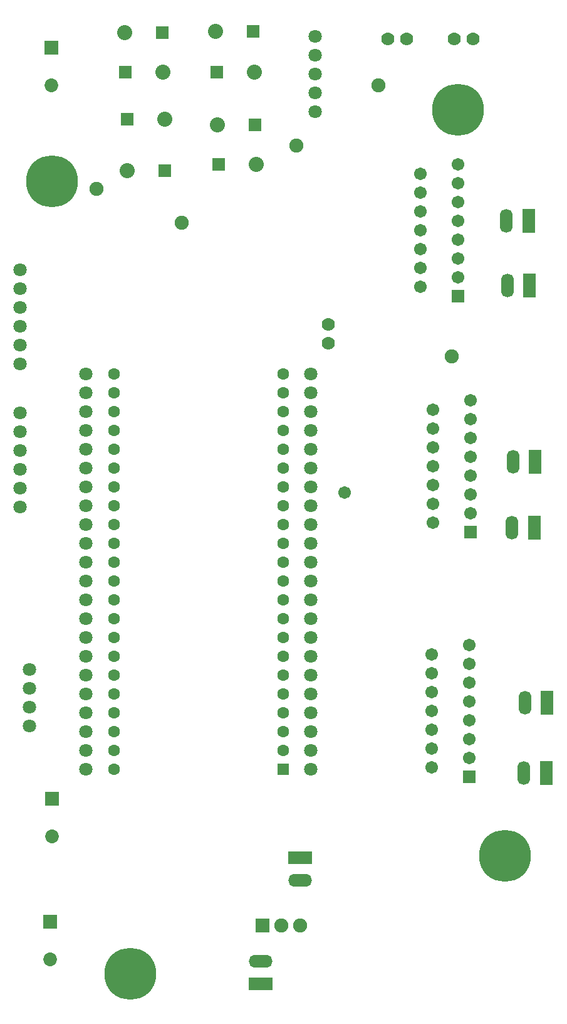
<source format=gbr>
%TF.GenerationSoftware,Altium Limited,Altium Designer,25.8.1 (18)*%
G04 Layer_Color=16711935*
%FSLAX45Y45*%
%MOMM*%
%TF.SameCoordinates,1B6F2BE7-5339-4887-9720-52C865558AB3*%
%TF.FilePolarity,Negative*%
%TF.FileFunction,Soldermask,Bot*%
%TF.Part,Single*%
G01*
G75*
%TA.AperFunction,ComponentPad*%
%ADD26C,2.03200*%
%ADD28C,7.00000*%
%ADD30R,1.77800X1.77800*%
%ADD40C,1.80320*%
%ADD41O,1.70320X3.20320*%
%ADD42R,1.70320X3.20320*%
%ADD43C,1.60020*%
%ADD44C,1.70320*%
%ADD45C,1.77800*%
%ADD46O,3.20320X1.70320*%
%ADD47R,1.85320X1.85320*%
%ADD48C,1.90320*%
%ADD49R,1.60020X1.60020*%
%ADD50R,1.70320X1.70320*%
%ADD51C,1.85320*%
%ADD52R,3.20320X1.70320*%
%ADD53R,1.90320X1.90320*%
%TA.AperFunction,ViaPad*%
%ADD54C,1.70320*%
%ADD55C,1.90320*%
D26*
X9588500Y14439900D02*
D03*
X9613900Y13182600D02*
D03*
X8877300Y13893800D02*
D03*
X8902700Y13258800D02*
D03*
X8394700Y12560300D02*
D03*
X8356600Y14427200D02*
D03*
X10134600Y12649200D02*
D03*
X10109200Y13893800D02*
D03*
D28*
X7378700Y12420600D02*
D03*
X13500101Y3314700D02*
D03*
X12865100Y13385800D02*
D03*
X8432800Y1727200D02*
D03*
D30*
X8902700Y12560300D02*
D03*
X8864600Y14427200D02*
D03*
X8369300Y13893800D02*
D03*
X8394700Y13258800D02*
D03*
X9626600Y12649200D02*
D03*
X9601200Y13893800D02*
D03*
X10096500Y14439900D02*
D03*
X10121900Y13182600D02*
D03*
D40*
X6946900Y9956800D02*
D03*
Y10210800D02*
D03*
Y10464800D02*
D03*
Y10718800D02*
D03*
Y11226800D02*
D03*
Y10972800D02*
D03*
X10871200Y8801100D02*
D03*
Y8547100D02*
D03*
Y8293100D02*
D03*
Y8039100D02*
D03*
Y7785100D02*
D03*
Y7531100D02*
D03*
Y7277100D02*
D03*
Y7023100D02*
D03*
Y6769100D02*
D03*
X6946900Y8788400D02*
D03*
X10934700Y14122400D02*
D03*
X7073900Y5067300D02*
D03*
Y5321300D02*
D03*
X10871200Y9563100D02*
D03*
Y6515100D02*
D03*
Y6261100D02*
D03*
Y6007100D02*
D03*
Y5753100D02*
D03*
Y5499100D02*
D03*
Y5245100D02*
D03*
Y4991100D02*
D03*
Y4737100D02*
D03*
Y4483100D02*
D03*
Y9055100D02*
D03*
Y9309100D02*
D03*
Y9817100D02*
D03*
X7835900Y4483100D02*
D03*
Y4737100D02*
D03*
Y4991100D02*
D03*
Y5245100D02*
D03*
Y5499100D02*
D03*
Y5753100D02*
D03*
Y6007100D02*
D03*
Y6261100D02*
D03*
Y6515100D02*
D03*
Y6769100D02*
D03*
Y7023100D02*
D03*
Y7277100D02*
D03*
Y7531100D02*
D03*
Y7785100D02*
D03*
Y8039100D02*
D03*
Y8293100D02*
D03*
Y8547100D02*
D03*
Y8801100D02*
D03*
Y9817100D02*
D03*
Y9563100D02*
D03*
Y9309100D02*
D03*
Y9055100D02*
D03*
X6946900Y8534400D02*
D03*
X10934700Y13360400D02*
D03*
X6946900Y8280400D02*
D03*
X10934700Y14376401D02*
D03*
X7073900Y5575300D02*
D03*
Y5829300D02*
D03*
X6946900Y9042400D02*
D03*
Y9296400D02*
D03*
X10934700Y13868401D02*
D03*
Y13614400D02*
D03*
X6946900Y8026400D02*
D03*
D41*
X13766800Y5384800D02*
D03*
X13606500Y8636000D02*
D03*
X13517599Y11887200D02*
D03*
X13530299Y11010900D02*
D03*
X13593800Y7747000D02*
D03*
X13754100Y4432300D02*
D03*
D42*
X14066800Y5384800D02*
D03*
X13830299Y11010900D02*
D03*
X13817599Y11887200D02*
D03*
X14054100Y4432300D02*
D03*
X13893800Y7747000D02*
D03*
X13906500Y8636000D02*
D03*
D43*
X10502900Y7023100D02*
D03*
Y6769100D02*
D03*
Y8547100D02*
D03*
Y7531100D02*
D03*
Y8801100D02*
D03*
Y8293100D02*
D03*
Y7785100D02*
D03*
Y7277100D02*
D03*
Y8039100D02*
D03*
Y9563100D02*
D03*
X8216900Y4483100D02*
D03*
X10502900Y4737100D02*
D03*
X8216900D02*
D03*
X10502900Y4991100D02*
D03*
X8216900D02*
D03*
X10502900Y5245100D02*
D03*
X8216900D02*
D03*
X10502900Y5499100D02*
D03*
X8216900D02*
D03*
X10502900Y5753100D02*
D03*
X8216900D02*
D03*
X10502900Y6007100D02*
D03*
X8216900D02*
D03*
X10502900Y6261100D02*
D03*
X8216900D02*
D03*
X10502900Y6515100D02*
D03*
X8216900D02*
D03*
Y6769100D02*
D03*
Y7023100D02*
D03*
Y7277100D02*
D03*
Y7531100D02*
D03*
Y7785100D02*
D03*
Y8039100D02*
D03*
Y8293100D02*
D03*
Y8547100D02*
D03*
Y8801100D02*
D03*
X10502900Y9055100D02*
D03*
X8216900D02*
D03*
X10502900Y9309100D02*
D03*
X8216900D02*
D03*
Y9563100D02*
D03*
X10502900Y9817100D02*
D03*
X8216900D02*
D03*
D44*
X13030200Y8445500D02*
D03*
X12522200Y8826500D02*
D03*
X13017500Y5143500D02*
D03*
X12509500Y5524500D02*
D03*
X12865100Y12141200D02*
D03*
X12357100Y11506200D02*
D03*
X13030200Y8191500D02*
D03*
X12522200Y9080500D02*
D03*
X13017500Y4889500D02*
D03*
X12509500Y5778500D02*
D03*
X12522200Y8318500D02*
D03*
X13030200Y8953500D02*
D03*
X12509500Y5016500D02*
D03*
X13017500Y5651500D02*
D03*
X13030200Y8699500D02*
D03*
X13017500Y5397500D02*
D03*
X12865100Y11887200D02*
D03*
Y12649200D02*
D03*
X12357100Y11760200D02*
D03*
X13017500Y6159500D02*
D03*
X12509500Y5270500D02*
D03*
X13030200Y9461500D02*
D03*
X12522200Y8572500D02*
D03*
X12357100Y10998200D02*
D03*
X12865100Y11125200D02*
D03*
X12357100Y11252200D02*
D03*
X12865100Y11379200D02*
D03*
Y11633200D02*
D03*
X12357100Y12014200D02*
D03*
Y12268200D02*
D03*
X12865100Y12395200D02*
D03*
X12357100Y12522200D02*
D03*
X12522200Y7810500D02*
D03*
X13030200Y7937500D02*
D03*
X12522200Y8064500D02*
D03*
X13030200Y9207500D02*
D03*
X12522200Y9334500D02*
D03*
X12509500Y4508500D02*
D03*
X13017500Y4635500D02*
D03*
X12509500Y4762500D02*
D03*
X13017500Y5905500D02*
D03*
X12509500Y6032500D02*
D03*
D45*
X11112500Y10236200D02*
D03*
Y10490200D02*
D03*
X12166600Y14338300D02*
D03*
X13068300D02*
D03*
X12814301D02*
D03*
X11912600D02*
D03*
D46*
X10731500Y2989300D02*
D03*
X10198100Y1892300D02*
D03*
D47*
X7378700Y4089400D02*
D03*
X7353300Y2425700D02*
D03*
X7366000Y14224001D02*
D03*
D48*
X10731500Y2374900D02*
D03*
X10477500D02*
D03*
D49*
X10502900Y4483100D02*
D03*
D50*
X12865100Y10871200D02*
D03*
X13017500Y4381500D02*
D03*
X13030200Y7683500D02*
D03*
D51*
X7378700Y3581400D02*
D03*
X7353300Y1917700D02*
D03*
X7366000Y13716000D02*
D03*
D52*
X10731500Y3289300D02*
D03*
X10198100Y1592300D02*
D03*
D53*
X10223500Y2374900D02*
D03*
D54*
X11328400Y8216900D02*
D03*
D55*
X9130668Y11861168D02*
D03*
X11785600Y13716000D02*
D03*
X10680700Y12903200D02*
D03*
X7975600Y12319000D02*
D03*
X12776200Y10058400D02*
D03*
%TF.MD5,7cb7b4083d008c2b208f6808e071f545*%
M02*

</source>
